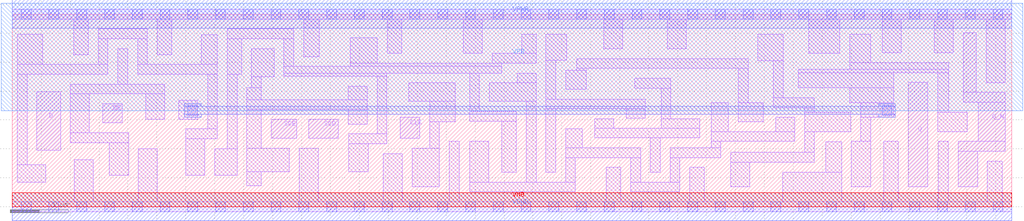
<source format=lef>
# Copyright 2020 The SkyWater PDK Authors
#
# Licensed under the Apache License, Version 2.0 (the "License");
# you may not use this file except in compliance with the License.
# You may obtain a copy of the License at
#
#     https://www.apache.org/licenses/LICENSE-2.0
#
# Unless required by applicable law or agreed to in writing, software
# distributed under the License is distributed on an "AS IS" BASIS,
# WITHOUT WARRANTIES OR CONDITIONS OF ANY KIND, either express or implied.
# See the License for the specific language governing permissions and
# limitations under the License.
#
# SPDX-License-Identifier: Apache-2.0

VERSION 5.7 ;
  NOWIREEXTENSIONATPIN ON ;
  DIVIDERCHAR "/" ;
  BUSBITCHARS "[]" ;
MACRO sky130_fd_sc_ms__sedfxbp_2
  CLASS CORE ;
  FOREIGN sky130_fd_sc_ms__sedfxbp_2 ;
  ORIGIN  0.000000  0.000000 ;
  SIZE  17.28000 BY  3.330000 ;
  SYMMETRY X Y ;
  SITE unit ;
  PIN D
    ANTENNAGATEAREA  0.178200 ;
    DIRECTION INPUT ;
    USE SIGNAL ;
    PORT
      LAYER li1 ;
        RECT 0.425000 0.980000 0.835000 1.990000 ;
    END
  END D
  PIN DE
    ANTENNAGATEAREA  0.356400 ;
    DIRECTION INPUT ;
    USE SIGNAL ;
    PORT
      LAYER li1 ;
        RECT 1.565000 1.450000 1.905000 1.780000 ;
    END
  END DE
  PIN Q
    ANTENNADIFFAREA  0.509600 ;
    DIRECTION OUTPUT ;
    USE SIGNAL ;
    PORT
      LAYER li1 ;
        RECT 15.485000 0.350000 15.825000 2.150000 ;
    END
  END Q
  PIN Q_N
    ANTENNADIFFAREA  0.509600 ;
    DIRECTION OUTPUT ;
    USE SIGNAL ;
    PORT
      LAYER li1 ;
        RECT 16.355000 0.350000 16.685000 0.960000 ;
        RECT 16.355000 0.960000 17.165000 1.130000 ;
        RECT 16.435000 1.805000 17.165000 1.975000 ;
        RECT 16.435000 1.975000 16.665000 3.010000 ;
        RECT 16.700000 1.130000 17.165000 1.805000 ;
    END
  END Q_N
  PIN SCD
    ANTENNAGATEAREA  0.178200 ;
    DIRECTION INPUT ;
    USE SIGNAL ;
    PORT
      LAYER li1 ;
        RECT 5.125000 1.180000 5.635000 1.510000 ;
    END
  END SCD
  PIN SCE
    ANTENNAGATEAREA  0.356400 ;
    DIRECTION INPUT ;
    USE SIGNAL ;
    PORT
      LAYER li1 ;
        RECT 4.475000 1.180000 4.915000 1.510000 ;
    END
  END SCE
  PIN CLK
    ANTENNAGATEAREA  0.312600 ;
    DIRECTION INPUT ;
    USE CLOCK ;
    PORT
      LAYER li1 ;
        RECT 6.705000 1.180000 7.045000 1.550000 ;
    END
  END CLK
  PIN VGND
    DIRECTION INOUT ;
    USE GROUND ;
    PORT
      LAYER met1 ;
        RECT 0.000000 -0.245000 17.280000 0.245000 ;
    END
  END VGND
  PIN VNB
    DIRECTION INOUT ;
    USE GROUND ;
    PORT
      LAYER pwell ;
        RECT 0.000000 0.000000 17.280000 0.245000 ;
    END
  END VNB
  PIN VPB
    DIRECTION INOUT ;
    USE POWER ;
    PORT
      LAYER nwell ;
        RECT -0.190000 1.660000 17.470000 3.520000 ;
    END
  END VPB
  PIN VPWR
    DIRECTION INOUT ;
    USE POWER ;
    PORT
      LAYER met1 ;
        RECT 0.000000 3.085000 17.280000 3.575000 ;
    END
  END VPWR
  OBS
    LAYER li1 ;
      RECT  0.000000 -0.085000 17.280000 0.085000 ;
      RECT  0.000000  3.245000 17.280000 3.415000 ;
      RECT  0.085000  0.420000  0.580000 0.730000 ;
      RECT  0.085000  0.730000  0.255000 2.290000 ;
      RECT  0.085000  2.290000  1.655000 2.460000 ;
      RECT  0.085000  2.460000  0.525000 2.980000 ;
      RECT  1.005000  1.110000  2.010000 1.280000 ;
      RECT  1.005000  1.280000  1.335000 1.950000 ;
      RECT  1.005000  1.950000  2.635000 2.120000 ;
      RECT  1.065000  2.630000  1.315000 3.245000 ;
      RECT  1.070000  0.085000  1.400000 0.810000 ;
      RECT  1.485000  2.460000  1.655000 2.905000 ;
      RECT  1.485000  2.905000  2.335000 3.075000 ;
      RECT  1.680000  0.545000  2.010000 1.110000 ;
      RECT  1.825000  2.120000  1.995000 2.735000 ;
      RECT  2.165000  2.290000  3.545000 2.460000 ;
      RECT  2.165000  2.460000  2.335000 2.905000 ;
      RECT  2.180000  0.085000  2.510000 1.005000 ;
      RECT  2.305000  1.515000  2.635000 1.950000 ;
      RECT  2.505000  2.630000  2.755000 3.245000 ;
      RECT  2.875000  1.515000  3.205000 1.845000 ;
      RECT  3.000000  0.545000  3.330000 1.175000 ;
      RECT  3.000000  1.175000  3.545000 1.345000 ;
      RECT  3.265000  2.460000  3.545000 2.970000 ;
      RECT  3.375000  1.345000  3.545000 2.290000 ;
      RECT  3.500000  0.545000  3.885000 1.005000 ;
      RECT  3.715000  1.005000  3.885000 2.290000 ;
      RECT  3.715000  2.290000  3.965000 2.905000 ;
      RECT  3.715000  2.905000  4.865000 3.075000 ;
      RECT  4.055000  0.365000  4.305000 0.605000 ;
      RECT  4.055000  0.605000  4.790000 1.010000 ;
      RECT  4.055000  1.010000  4.305000 1.680000 ;
      RECT  4.055000  1.680000  6.135000 1.850000 ;
      RECT  4.055000  1.850000  4.305000 2.055000 ;
      RECT  4.135000  2.055000  4.305000 2.245000 ;
      RECT  4.135000  2.245000  4.525000 2.735000 ;
      RECT  4.695000  2.255000  6.475000 2.310000 ;
      RECT  4.695000  2.310000  8.465000 2.425000 ;
      RECT  4.695000  2.425000  4.865000 2.905000 ;
      RECT  4.960000  0.085000  5.290000 1.010000 ;
      RECT  5.035000  2.595000  5.305000 3.245000 ;
      RECT  5.805000  1.430000  6.135000 1.680000 ;
      RECT  5.805000  1.850000  6.135000 2.085000 ;
      RECT  5.820000  0.605000  6.150000 1.090000 ;
      RECT  5.820000  1.090000  6.475000 1.260000 ;
      RECT  5.845000  2.425000  8.465000 2.480000 ;
      RECT  5.845000  2.480000  6.305000 2.925000 ;
      RECT  6.305000  1.260000  6.475000 2.255000 ;
      RECT  6.415000  0.085000  6.745000 0.920000 ;
      RECT  6.485000  2.650000  6.735000 3.245000 ;
      RECT  6.855000  1.820000  7.655000 2.140000 ;
      RECT  6.915000  0.350000  7.385000 1.010000 ;
      RECT  7.215000  1.010000  7.385000 1.470000 ;
      RECT  7.215000  1.470000  7.655000 1.820000 ;
      RECT  7.555000  0.085000  7.725000 1.130000 ;
      RECT  7.795000  2.650000  8.125000 3.245000 ;
      RECT  7.905000  0.255000  9.735000 0.425000 ;
      RECT  7.905000  0.425000  8.235000 1.130000 ;
      RECT  7.905000  1.480000  8.715000 1.650000 ;
      RECT  7.905000  1.650000  8.075000 2.310000 ;
      RECT  8.245000  1.820000  9.055000 2.140000 ;
      RECT  8.295000  2.480000  9.055000 2.650000 ;
      RECT  8.465000  0.595000  8.715000 1.480000 ;
      RECT  8.725000  2.140000  9.055000 2.305000 ;
      RECT  8.805000  2.650000  9.055000 2.980000 ;
      RECT  8.885000  0.425000  9.055000 1.820000 ;
      RECT  9.225000  0.595000  9.395000 1.690000 ;
      RECT  9.225000  1.690000 10.940000 1.860000 ;
      RECT  9.225000  1.860000  9.395000 2.530000 ;
      RECT  9.225000  2.530000  9.585000 2.980000 ;
      RECT  9.565000  0.425000  9.735000 0.850000 ;
      RECT  9.565000  0.850000 10.860000 1.020000 ;
      RECT  9.565000  1.020000  9.855000 1.345000 ;
      RECT  9.565000  2.030000  9.925000 2.360000 ;
      RECT  9.755000  2.360000  9.925000 2.390000 ;
      RECT  9.755000  2.390000 12.720000 2.560000 ;
      RECT 10.065000  1.190000 11.885000 1.360000 ;
      RECT 10.065000  1.360000 10.395000 1.520000 ;
      RECT 10.225000  2.730000 10.555000 3.245000 ;
      RECT 10.270000  0.085000 10.520000 0.680000 ;
      RECT 10.610000  1.530000 10.940000 1.690000 ;
      RECT 10.690000  0.255000 11.540000 0.425000 ;
      RECT 10.690000  0.425000 10.860000 0.850000 ;
      RECT 10.760000  2.050000 11.385000 2.220000 ;
      RECT 11.030000  0.595000 11.200000 1.190000 ;
      RECT 11.215000  1.360000 11.885000 1.520000 ;
      RECT 11.215000  1.520000 11.385000 2.050000 ;
      RECT 11.320000  2.730000 11.650000 3.245000 ;
      RECT 11.370000  0.425000 11.540000 0.850000 ;
      RECT 11.370000  0.850000 12.250000 1.020000 ;
      RECT 11.710000  0.085000 11.960000 0.680000 ;
      RECT 12.080000  1.020000 12.250000 1.130000 ;
      RECT 12.080000  1.130000 13.525000 1.300000 ;
      RECT 12.080000  1.300000 12.380000 1.800000 ;
      RECT 12.420000  0.350000 12.750000 0.770000 ;
      RECT 12.420000  0.770000 13.865000 0.940000 ;
      RECT 12.550000  1.470000 12.985000 1.800000 ;
      RECT 12.550000  1.800000 12.720000 2.390000 ;
      RECT 12.890000  2.520000 13.325000 2.980000 ;
      RECT 13.155000  1.715000 13.865000 1.885000 ;
      RECT 13.155000  1.885000 13.325000 2.520000 ;
      RECT 13.195000  1.300000 13.525000 1.545000 ;
      RECT 13.320000  0.085000 14.335000 0.600000 ;
      RECT 13.585000  2.055000 15.235000 2.320000 ;
      RECT 13.585000  2.320000 16.185000 2.380000 ;
      RECT 13.695000  0.940000 13.865000 1.300000 ;
      RECT 13.695000  1.300000 14.495000 1.630000 ;
      RECT 13.695000  1.630000 13.865000 1.715000 ;
      RECT 13.765000  2.650000 14.305000 3.245000 ;
      RECT 14.065000  0.600000 14.335000 1.120000 ;
      RECT 14.475000  1.800000 15.235000 2.055000 ;
      RECT 14.475000  2.380000 16.185000 2.490000 ;
      RECT 14.475000  2.490000 14.835000 2.980000 ;
      RECT 14.505000  0.350000 14.835000 1.130000 ;
      RECT 14.665000  1.130000 14.835000 1.550000 ;
      RECT 14.665000  1.550000 15.235000 1.800000 ;
      RECT 15.035000  2.660000 15.365000 3.245000 ;
      RECT 15.065000  0.085000 15.315000 1.130000 ;
      RECT 15.935000  2.660000 16.265000 3.245000 ;
      RECT 15.995000  1.300000 16.510000 1.635000 ;
      RECT 15.995000  1.635000 16.185000 2.320000 ;
      RECT 16.005000  0.085000 16.175000 1.130000 ;
      RECT 16.835000  2.145000 17.165000 3.245000 ;
      RECT 16.855000  0.085000 17.115000 0.790000 ;
    LAYER mcon ;
      RECT  0.155000 -0.085000  0.325000 0.085000 ;
      RECT  0.155000  3.245000  0.325000 3.415000 ;
      RECT  0.635000 -0.085000  0.805000 0.085000 ;
      RECT  0.635000  3.245000  0.805000 3.415000 ;
      RECT  1.115000 -0.085000  1.285000 0.085000 ;
      RECT  1.115000  3.245000  1.285000 3.415000 ;
      RECT  1.595000 -0.085000  1.765000 0.085000 ;
      RECT  1.595000  3.245000  1.765000 3.415000 ;
      RECT  2.075000 -0.085000  2.245000 0.085000 ;
      RECT  2.075000  3.245000  2.245000 3.415000 ;
      RECT  2.555000 -0.085000  2.725000 0.085000 ;
      RECT  2.555000  3.245000  2.725000 3.415000 ;
      RECT  3.035000 -0.085000  3.205000 0.085000 ;
      RECT  3.035000  1.580000  3.205000 1.750000 ;
      RECT  3.035000  3.245000  3.205000 3.415000 ;
      RECT  3.515000 -0.085000  3.685000 0.085000 ;
      RECT  3.515000  3.245000  3.685000 3.415000 ;
      RECT  3.995000 -0.085000  4.165000 0.085000 ;
      RECT  3.995000  3.245000  4.165000 3.415000 ;
      RECT  4.475000 -0.085000  4.645000 0.085000 ;
      RECT  4.475000  3.245000  4.645000 3.415000 ;
      RECT  4.955000 -0.085000  5.125000 0.085000 ;
      RECT  4.955000  3.245000  5.125000 3.415000 ;
      RECT  5.435000 -0.085000  5.605000 0.085000 ;
      RECT  5.435000  3.245000  5.605000 3.415000 ;
      RECT  5.915000 -0.085000  6.085000 0.085000 ;
      RECT  5.915000  3.245000  6.085000 3.415000 ;
      RECT  6.395000 -0.085000  6.565000 0.085000 ;
      RECT  6.395000  3.245000  6.565000 3.415000 ;
      RECT  6.875000 -0.085000  7.045000 0.085000 ;
      RECT  6.875000  3.245000  7.045000 3.415000 ;
      RECT  7.355000 -0.085000  7.525000 0.085000 ;
      RECT  7.355000  3.245000  7.525000 3.415000 ;
      RECT  7.835000 -0.085000  8.005000 0.085000 ;
      RECT  7.835000  3.245000  8.005000 3.415000 ;
      RECT  8.315000 -0.085000  8.485000 0.085000 ;
      RECT  8.315000  3.245000  8.485000 3.415000 ;
      RECT  8.795000 -0.085000  8.965000 0.085000 ;
      RECT  8.795000  3.245000  8.965000 3.415000 ;
      RECT  9.275000 -0.085000  9.445000 0.085000 ;
      RECT  9.275000  3.245000  9.445000 3.415000 ;
      RECT  9.755000 -0.085000  9.925000 0.085000 ;
      RECT  9.755000  3.245000  9.925000 3.415000 ;
      RECT 10.235000 -0.085000 10.405000 0.085000 ;
      RECT 10.235000  3.245000 10.405000 3.415000 ;
      RECT 10.715000 -0.085000 10.885000 0.085000 ;
      RECT 10.715000  3.245000 10.885000 3.415000 ;
      RECT 11.195000 -0.085000 11.365000 0.085000 ;
      RECT 11.195000  3.245000 11.365000 3.415000 ;
      RECT 11.675000 -0.085000 11.845000 0.085000 ;
      RECT 11.675000  3.245000 11.845000 3.415000 ;
      RECT 12.155000 -0.085000 12.325000 0.085000 ;
      RECT 12.155000  3.245000 12.325000 3.415000 ;
      RECT 12.635000 -0.085000 12.805000 0.085000 ;
      RECT 12.635000  3.245000 12.805000 3.415000 ;
      RECT 13.115000 -0.085000 13.285000 0.085000 ;
      RECT 13.115000  3.245000 13.285000 3.415000 ;
      RECT 13.595000 -0.085000 13.765000 0.085000 ;
      RECT 13.595000  3.245000 13.765000 3.415000 ;
      RECT 14.075000 -0.085000 14.245000 0.085000 ;
      RECT 14.075000  3.245000 14.245000 3.415000 ;
      RECT 14.555000 -0.085000 14.725000 0.085000 ;
      RECT 14.555000  3.245000 14.725000 3.415000 ;
      RECT 15.035000 -0.085000 15.205000 0.085000 ;
      RECT 15.035000  1.580000 15.205000 1.750000 ;
      RECT 15.035000  3.245000 15.205000 3.415000 ;
      RECT 15.515000 -0.085000 15.685000 0.085000 ;
      RECT 15.515000  3.245000 15.685000 3.415000 ;
      RECT 15.995000 -0.085000 16.165000 0.085000 ;
      RECT 15.995000  3.245000 16.165000 3.415000 ;
      RECT 16.475000 -0.085000 16.645000 0.085000 ;
      RECT 16.475000  3.245000 16.645000 3.415000 ;
      RECT 16.955000 -0.085000 17.125000 0.085000 ;
      RECT 16.955000  3.245000 17.125000 3.415000 ;
    LAYER met1 ;
      RECT  2.975000 1.550000  3.265000 1.595000 ;
      RECT  2.975000 1.595000 15.265000 1.735000 ;
      RECT  2.975000 1.735000  3.265000 1.780000 ;
      RECT 14.975000 1.550000 15.265000 1.595000 ;
      RECT 14.975000 1.735000 15.265000 1.780000 ;
  END
END sky130_fd_sc_ms__sedfxbp_2
END LIBRARY

</source>
